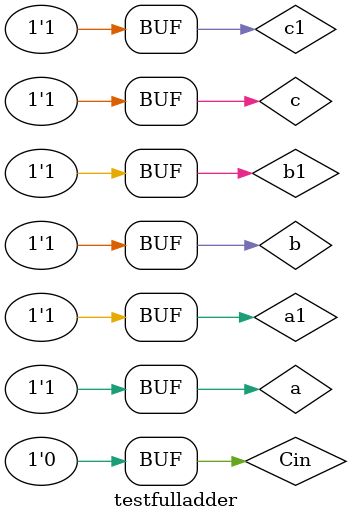
<source format=v>


module halfadder (s, s0, a, b);
 output s, s0;
 input  a, b;

 wire s, s0, s1, s2;
 reg p,q;
 
 or OR1(s1, a, b);
 and AND1(s0, a, b);
 not NOT1(s2, s0);
 and AND2(s, s1, s2); 

endmodule // halfadder

// ---------------------
// -- fulladder
// ---------------------

module fulladder (s, s0, Cin, a, b);
 output s, s0;
 input  Cin, a, b;

 wire s, s0, s1, s2, s3;
 reg p,q,r;
 
 halfadder HALFADDER1(s1, s2, a, b);
 halfadder HALFADDER2(s, s3, Cin, s1);
 or OR1(s0, s2, s3);
 

endmodule // fulladder

// ---------------------
// -- fulladder3b
// ---------------------


module fulladder3b (s0, s1, s2, s3, Cin, a, b, c, a1, b1, c1);
 output s0, s1, s2, s3;
 input  Cin, a, b, c, a1, b1, c1;

 fulladder FULLADDER1(s0, s4, Cin, a, a1);
 fulladder FULLADDER2(s1, s5, s4, b, b1);
 fulladder FULLADDER3(s2, s3, s5, c, c1);
 

endmodule // fulladder3b

// ---------------------
// -- test fulladder
// ---------------------

module testfulladder;
 reg   Cin, a, b, c, a1, b1, c1;             
 wire  s0, s1, s2, s3;
          
			 // instancia
	fulladder3b FULLADDER3B1 (s0, s1, s2, s3, Cin, a, b, c, a1, b1, c1);
	
		 // parte principal
 initial begin
 
      $display("FULLADDER3B - Daniel Sathler Silva - 405795");
      $display("Test FULLADDER3B");
      $display("\n(c)  a    +   b   = s\n");
      $monitor("(%b) %b %b %b + %b %b %b = %b %b %b %b", Cin, a, b, c, a1, b1, c1, s0, s1, s2, s3);
  #1  Cin=0; a=0; b=0; c=0; a1=0; b1=0; c1=0;
  #1  Cin=0; a=0; b=0; c=1; a1=0; b1=0; c1=1;
  #1  Cin=0; a=0; b=1; c=0; a1=0; b1=1; c1=0;
  #1  Cin=0; a=0; b=1; c=1; a1=0; b1=1; c1=1;
  #1  Cin=0; a=1; b=0; c=0; a1=1; b1=0; c1=0;
  #1  Cin=0; a=1; b=0; c=1; a1=1; b1=0; c1=1;
  #1  Cin=0; a=1; b=1; c=0; a1=1; b1=1; c1=0;
  #1  Cin=0; a=1; b=1; c=1; a1=1; b1=1; c1=1;
 
  
 
 end

endmodule // testfulladder3b
</source>
